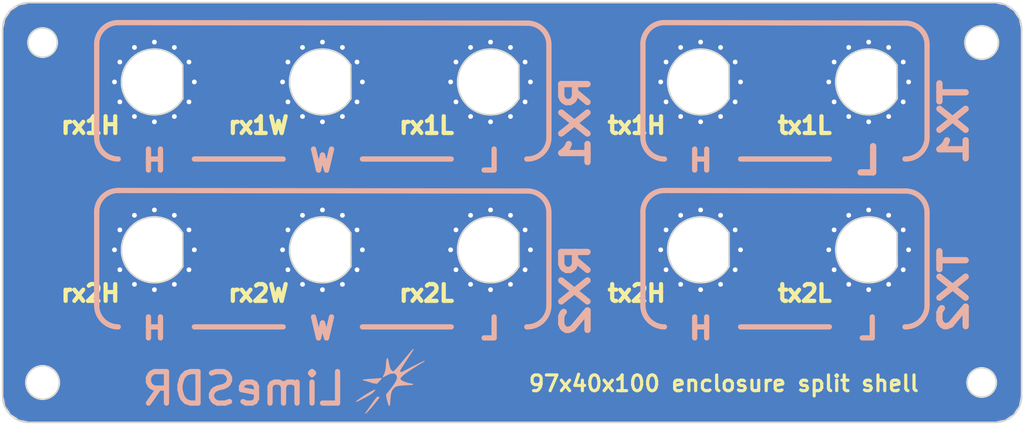
<source format=kicad_pcb>
(kicad_pcb (version 4) (host pcbnew "(2016-07-22 BZR 6991, Git 146a78a)-product")
  (layers (0 F.Cu signal) (31 B.Cu signal) (34 B.Paste user) (35 F.Paste user) (36 B.SilkS user) (37 F.SilkS user) (38 B.Mask user) (39 F.Mask user) (44 Edge.Cuts user))
  (net 0 "")
  (net 1 GND)
  (module Ohisja:SMA_test1 (layer B.Cu) (at 115.9 60.85 180)
    (fp_text reference REF**)
    (fp_text value 2)
    (fp_arc (start 0 0) (end -2.7 1.6) (angle -299.106049) (layer Edge.Cuts) (width 0.15))
    (fp_line (start -2.7 1.6) (end -2.71 -1.58) (layer Edge.Cuts) (width 0.15))
    (pad 1 thru_hole circle (at 0 3.8 180) (size 0.8 0.8) (drill 0.45) (layers *.Cu) (net 1 GND))
    (pad 1 thru_hole circle (at -1.9 3.290897 150) (size 0.8 0.8) (drill 0.45) (layers *.Cu) (net 1 GND))
    (pad 1 thru_hole circle (at -3.290897 1.9 120) (size 0.8 0.8) (drill 0.45) (layers *.Cu) (net 1 GND))
    (pad 1 thru_hole circle (at -3.8 0 90) (size 0.8 0.8) (drill 0.45) (layers *.Cu) (net 1 GND))
    (pad 1 thru_hole circle (at -3.290897 -1.9 60) (size 0.8 0.8) (drill 0.45) (layers *.Cu) (net 1 GND))
    (pad 1 thru_hole circle (at -1.9 -3.290897 30) (size 0.8 0.8) (drill 0.45) (layers *.Cu) (net 1 GND))
    (pad 1 thru_hole circle (at 0 -3.8) (size 0.8 0.8) (drill 0.45) (layers *.Cu) (net 1 GND))
    (pad 1 thru_hole circle (at 1.9 -3.290897 330) (size 0.8 0.8) (drill 0.45) (layers *.Cu) (net 1 GND))
    (pad 1 thru_hole circle (at 3.290897 -1.9 300) (size 0.8 0.8) (drill 0.45) (layers *.Cu) (net 1 GND))
    (pad 1 thru_hole circle (at 3.8 0 270) (size 0.8 0.8) (drill 0.45) (layers *.Cu) (net 1 GND))
    (pad 1 thru_hole circle (at 3.290897 1.9 240) (size 0.8 0.8) (drill 0.45) (layers *.Cu) (net 1 GND))
    (pad 1 thru_hole circle (at 1.9 3.290897 210) (size 0.8 0.8) (drill 0.45) (layers *.Cu) (net 1 GND))
  )
  (module Ohisja:SMA_test1 (layer B.Cu) (at 99.9 60.85 180)
    (fp_text reference REF**)
    (fp_text value 2)
    (fp_arc (start 0 0) (end -2.7 1.6) (angle -299.106049) (layer Edge.Cuts) (width 0.15))
    (fp_line (start -2.7 1.6) (end -2.71 -1.58) (layer Edge.Cuts) (width 0.15))
    (pad 1 thru_hole circle (at 0 3.8 180) (size 0.8 0.8) (drill 0.45) (layers *.Cu) (net 1 GND))
    (pad 1 thru_hole circle (at -1.9 3.290897 150) (size 0.8 0.8) (drill 0.45) (layers *.Cu) (net 1 GND))
    (pad 1 thru_hole circle (at -3.290897 1.9 120) (size 0.8 0.8) (drill 0.45) (layers *.Cu) (net 1 GND))
    (pad 1 thru_hole circle (at -3.8 0 90) (size 0.8 0.8) (drill 0.45) (layers *.Cu) (net 1 GND))
    (pad 1 thru_hole circle (at -3.290897 -1.9 60) (size 0.8 0.8) (drill 0.45) (layers *.Cu) (net 1 GND))
    (pad 1 thru_hole circle (at -1.9 -3.290897 30) (size 0.8 0.8) (drill 0.45) (layers *.Cu) (net 1 GND))
    (pad 1 thru_hole circle (at 0 -3.8) (size 0.8 0.8) (drill 0.45) (layers *.Cu) (net 1 GND))
    (pad 1 thru_hole circle (at 1.9 -3.290897 330) (size 0.8 0.8) (drill 0.45) (layers *.Cu) (net 1 GND))
    (pad 1 thru_hole circle (at 3.290897 -1.9 300) (size 0.8 0.8) (drill 0.45) (layers *.Cu) (net 1 GND))
    (pad 1 thru_hole circle (at 3.8 0 270) (size 0.8 0.8) (drill 0.45) (layers *.Cu) (net 1 GND))
    (pad 1 thru_hole circle (at 3.290897 1.9 240) (size 0.8 0.8) (drill 0.45) (layers *.Cu) (net 1 GND))
    (pad 1 thru_hole circle (at 1.9 3.290897 210) (size 0.8 0.8) (drill 0.45) (layers *.Cu) (net 1 GND))
  )
  (module Ohisja:SMA_test1 (layer B.Cu) (at 115.9 44.85 180)
    (fp_text reference REF**)
    (fp_text value 2)
    (fp_arc (start 0 0) (end -2.7 1.6) (angle -299.106049) (layer Edge.Cuts) (width 0.15))
    (fp_line (start -2.7 1.6) (end -2.71 -1.58) (layer Edge.Cuts) (width 0.15))
    (pad 1 thru_hole circle (at 0 3.8 180) (size 0.8 0.8) (drill 0.45) (layers *.Cu) (net 1 GND))
    (pad 1 thru_hole circle (at -1.9 3.290897 150) (size 0.8 0.8) (drill 0.45) (layers *.Cu) (net 1 GND))
    (pad 1 thru_hole circle (at -3.290897 1.9 120) (size 0.8 0.8) (drill 0.45) (layers *.Cu) (net 1 GND))
    (pad 1 thru_hole circle (at -3.8 0 90) (size 0.8 0.8) (drill 0.45) (layers *.Cu) (net 1 GND))
    (pad 1 thru_hole circle (at -3.290897 -1.9 60) (size 0.8 0.8) (drill 0.45) (layers *.Cu) (net 1 GND))
    (pad 1 thru_hole circle (at -1.9 -3.290897 30) (size 0.8 0.8) (drill 0.45) (layers *.Cu) (net 1 GND))
    (pad 1 thru_hole circle (at 0 -3.8) (size 0.8 0.8) (drill 0.45) (layers *.Cu) (net 1 GND))
    (pad 1 thru_hole circle (at 1.9 -3.290897 330) (size 0.8 0.8) (drill 0.45) (layers *.Cu) (net 1 GND))
    (pad 1 thru_hole circle (at 3.290897 -1.9 300) (size 0.8 0.8) (drill 0.45) (layers *.Cu) (net 1 GND))
    (pad 1 thru_hole circle (at 3.8 0 270) (size 0.8 0.8) (drill 0.45) (layers *.Cu) (net 1 GND))
    (pad 1 thru_hole circle (at 3.290897 1.9 240) (size 0.8 0.8) (drill 0.45) (layers *.Cu) (net 1 GND))
    (pad 1 thru_hole circle (at 1.9 3.290897 210) (size 0.8 0.8) (drill 0.45) (layers *.Cu) (net 1 GND))
  )
  (module Ohisja:SMA_test1 (layer B.Cu) (at 99.9 44.85 180)
    (fp_text reference REF**)
    (fp_text value 2)
    (fp_arc (start 0 0) (end -2.7 1.6) (angle -299.106049) (layer Edge.Cuts) (width 0.15))
    (fp_line (start -2.7 1.6) (end -2.71 -1.58) (layer Edge.Cuts) (width 0.15))
    (pad 1 thru_hole circle (at 0 3.8 180) (size 0.8 0.8) (drill 0.45) (layers *.Cu) (net 1 GND))
    (pad 1 thru_hole circle (at -1.9 3.290897 150) (size 0.8 0.8) (drill 0.45) (layers *.Cu) (net 1 GND))
    (pad 1 thru_hole circle (at -3.290897 1.9 120) (size 0.8 0.8) (drill 0.45) (layers *.Cu) (net 1 GND))
    (pad 1 thru_hole circle (at -3.8 0 90) (size 0.8 0.8) (drill 0.45) (layers *.Cu) (net 1 GND))
    (pad 1 thru_hole circle (at -3.290897 -1.9 60) (size 0.8 0.8) (drill 0.45) (layers *.Cu) (net 1 GND))
    (pad 1 thru_hole circle (at -1.9 -3.290897 30) (size 0.8 0.8) (drill 0.45) (layers *.Cu) (net 1 GND))
    (pad 1 thru_hole circle (at 0 -3.8) (size 0.8 0.8) (drill 0.45) (layers *.Cu) (net 1 GND))
    (pad 1 thru_hole circle (at 1.9 -3.290897 330) (size 0.8 0.8) (drill 0.45) (layers *.Cu) (net 1 GND))
    (pad 1 thru_hole circle (at 3.290897 -1.9 300) (size 0.8 0.8) (drill 0.45) (layers *.Cu) (net 1 GND))
    (pad 1 thru_hole circle (at 3.8 0 270) (size 0.8 0.8) (drill 0.45) (layers *.Cu) (net 1 GND))
    (pad 1 thru_hole circle (at 3.290897 1.9 240) (size 0.8 0.8) (drill 0.45) (layers *.Cu) (net 1 GND))
    (pad 1 thru_hole circle (at 1.9 3.290897 210) (size 0.8 0.8) (drill 0.45) (layers *.Cu) (net 1 GND))
  )
  (module Ohisja:SMA_test1 (layer B.Cu) (at 79.9 60.85 180)
    (fp_text reference REF**)
    (fp_text value 2)
    (fp_arc (start 0 0) (end -2.7 1.6) (angle -299.106049) (layer Edge.Cuts) (width 0.15))
    (fp_line (start -2.7 1.6) (end -2.71 -1.58) (layer Edge.Cuts) (width 0.15))
    (pad 1 thru_hole circle (at 0 3.8 180) (size 0.8 0.8) (drill 0.45) (layers *.Cu) (net 1 GND))
    (pad 1 thru_hole circle (at -1.9 3.290897 150) (size 0.8 0.8) (drill 0.45) (layers *.Cu) (net 1 GND))
    (pad 1 thru_hole circle (at -3.290897 1.9 120) (size 0.8 0.8) (drill 0.45) (layers *.Cu) (net 1 GND))
    (pad 1 thru_hole circle (at -3.8 0 90) (size 0.8 0.8) (drill 0.45) (layers *.Cu) (net 1 GND))
    (pad 1 thru_hole circle (at -3.290897 -1.9 60) (size 0.8 0.8) (drill 0.45) (layers *.Cu) (net 1 GND))
    (pad 1 thru_hole circle (at -1.9 -3.290897 30) (size 0.8 0.8) (drill 0.45) (layers *.Cu) (net 1 GND))
    (pad 1 thru_hole circle (at 0 -3.8) (size 0.8 0.8) (drill 0.45) (layers *.Cu) (net 1 GND))
    (pad 1 thru_hole circle (at 1.9 -3.290897 330) (size 0.8 0.8) (drill 0.45) (layers *.Cu) (net 1 GND))
    (pad 1 thru_hole circle (at 3.290897 -1.9 300) (size 0.8 0.8) (drill 0.45) (layers *.Cu) (net 1 GND))
    (pad 1 thru_hole circle (at 3.8 0 270) (size 0.8 0.8) (drill 0.45) (layers *.Cu) (net 1 GND))
    (pad 1 thru_hole circle (at 3.290897 1.9 240) (size 0.8 0.8) (drill 0.45) (layers *.Cu) (net 1 GND))
    (pad 1 thru_hole circle (at 1.9 3.290897 210) (size 0.8 0.8) (drill 0.45) (layers *.Cu) (net 1 GND))
  )
  (module Ohisja:SMA_test1 (layer B.Cu) (at 63.9 60.85 180)
    (fp_text reference REF**)
    (fp_text value 2)
    (fp_arc (start 0 0) (end -2.7 1.6) (angle -299.106049) (layer Edge.Cuts) (width 0.15))
    (fp_line (start -2.7 1.6) (end -2.71 -1.58) (layer Edge.Cuts) (width 0.15))
    (pad 1 thru_hole circle (at 0 3.8 180) (size 0.8 0.8) (drill 0.45) (layers *.Cu) (net 1 GND))
    (pad 1 thru_hole circle (at -1.9 3.290897 150) (size 0.8 0.8) (drill 0.45) (layers *.Cu) (net 1 GND))
    (pad 1 thru_hole circle (at -3.290897 1.9 120) (size 0.8 0.8) (drill 0.45) (layers *.Cu) (net 1 GND))
    (pad 1 thru_hole circle (at -3.8 0 90) (size 0.8 0.8) (drill 0.45) (layers *.Cu) (net 1 GND))
    (pad 1 thru_hole circle (at -3.290897 -1.9 60) (size 0.8 0.8) (drill 0.45) (layers *.Cu) (net 1 GND))
    (pad 1 thru_hole circle (at -1.9 -3.290897 30) (size 0.8 0.8) (drill 0.45) (layers *.Cu) (net 1 GND))
    (pad 1 thru_hole circle (at 0 -3.8) (size 0.8 0.8) (drill 0.45) (layers *.Cu) (net 1 GND))
    (pad 1 thru_hole circle (at 1.9 -3.290897 330) (size 0.8 0.8) (drill 0.45) (layers *.Cu) (net 1 GND))
    (pad 1 thru_hole circle (at 3.290897 -1.9 300) (size 0.8 0.8) (drill 0.45) (layers *.Cu) (net 1 GND))
    (pad 1 thru_hole circle (at 3.8 0 270) (size 0.8 0.8) (drill 0.45) (layers *.Cu) (net 1 GND))
    (pad 1 thru_hole circle (at 3.290897 1.9 240) (size 0.8 0.8) (drill 0.45) (layers *.Cu) (net 1 GND))
    (pad 1 thru_hole circle (at 1.9 3.290897 210) (size 0.8 0.8) (drill 0.45) (layers *.Cu) (net 1 GND))
  )
  (module Ohisja:SMA_test1 (layer B.Cu) (at 47.9 60.85 180)
    (fp_text reference REF**)
    (fp_text value 2)
    (fp_arc (start 0 0) (end -2.7 1.6) (angle -299.106049) (layer Edge.Cuts) (width 0.15))
    (fp_line (start -2.7 1.6) (end -2.71 -1.58) (layer Edge.Cuts) (width 0.15))
    (pad 1 thru_hole circle (at 0 3.8 180) (size 0.8 0.8) (drill 0.45) (layers *.Cu) (net 1 GND))
    (pad 1 thru_hole circle (at -1.9 3.290897 150) (size 0.8 0.8) (drill 0.45) (layers *.Cu) (net 1 GND))
    (pad 1 thru_hole circle (at -3.290897 1.9 120) (size 0.8 0.8) (drill 0.45) (layers *.Cu) (net 1 GND))
    (pad 1 thru_hole circle (at -3.8 0 90) (size 0.8 0.8) (drill 0.45) (layers *.Cu) (net 1 GND))
    (pad 1 thru_hole circle (at -3.290897 -1.9 60) (size 0.8 0.8) (drill 0.45) (layers *.Cu) (net 1 GND))
    (pad 1 thru_hole circle (at -1.9 -3.290897 30) (size 0.8 0.8) (drill 0.45) (layers *.Cu) (net 1 GND))
    (pad 1 thru_hole circle (at 0 -3.8) (size 0.8 0.8) (drill 0.45) (layers *.Cu) (net 1 GND))
    (pad 1 thru_hole circle (at 1.9 -3.290897 330) (size 0.8 0.8) (drill 0.45) (layers *.Cu) (net 1 GND))
    (pad 1 thru_hole circle (at 3.290897 -1.9 300) (size 0.8 0.8) (drill 0.45) (layers *.Cu) (net 1 GND))
    (pad 1 thru_hole circle (at 3.8 0 270) (size 0.8 0.8) (drill 0.45) (layers *.Cu) (net 1 GND))
    (pad 1 thru_hole circle (at 3.290897 1.9 240) (size 0.8 0.8) (drill 0.45) (layers *.Cu) (net 1 GND))
    (pad 1 thru_hole circle (at 1.9 3.290897 210) (size 0.8 0.8) (drill 0.45) (layers *.Cu) (net 1 GND))
  )
  (module Ohisja:SMA_test1 (layer B.Cu) (at 79.9 44.85 180)
    (fp_text reference REF**)
    (fp_text value 2)
    (fp_arc (start 0 0) (end -2.7 1.6) (angle -299.106049) (layer Edge.Cuts) (width 0.15))
    (fp_line (start -2.7 1.6) (end -2.71 -1.58) (layer Edge.Cuts) (width 0.15))
    (pad 1 thru_hole circle (at 0 3.8 180) (size 0.8 0.8) (drill 0.45) (layers *.Cu) (net 1 GND))
    (pad 1 thru_hole circle (at -1.9 3.290897 150) (size 0.8 0.8) (drill 0.45) (layers *.Cu) (net 1 GND))
    (pad 1 thru_hole circle (at -3.290897 1.9 120) (size 0.8 0.8) (drill 0.45) (layers *.Cu) (net 1 GND))
    (pad 1 thru_hole circle (at -3.8 0 90) (size 0.8 0.8) (drill 0.45) (layers *.Cu) (net 1 GND))
    (pad 1 thru_hole circle (at -3.290897 -1.9 60) (size 0.8 0.8) (drill 0.45) (layers *.Cu) (net 1 GND))
    (pad 1 thru_hole circle (at -1.9 -3.290897 30) (size 0.8 0.8) (drill 0.45) (layers *.Cu) (net 1 GND))
    (pad 1 thru_hole circle (at 0 -3.8) (size 0.8 0.8) (drill 0.45) (layers *.Cu) (net 1 GND))
    (pad 1 thru_hole circle (at 1.9 -3.290897 330) (size 0.8 0.8) (drill 0.45) (layers *.Cu) (net 1 GND))
    (pad 1 thru_hole circle (at 3.290897 -1.9 300) (size 0.8 0.8) (drill 0.45) (layers *.Cu) (net 1 GND))
    (pad 1 thru_hole circle (at 3.8 0 270) (size 0.8 0.8) (drill 0.45) (layers *.Cu) (net 1 GND))
    (pad 1 thru_hole circle (at 3.290897 1.9 240) (size 0.8 0.8) (drill 0.45) (layers *.Cu) (net 1 GND))
    (pad 1 thru_hole circle (at 1.9 3.290897 210) (size 0.8 0.8) (drill 0.45) (layers *.Cu) (net 1 GND))
  )
  (module Ohisja:SMA_test1 (layer B.Cu) (at 63.9 44.85 180)
    (fp_text reference REF**)
    (fp_text value 2)
    (fp_arc (start 0 0) (end -2.7 1.6) (angle -299.106049) (layer Edge.Cuts) (width 0.15))
    (fp_line (start -2.7 1.6) (end -2.71 -1.58) (layer Edge.Cuts) (width 0.15))
    (pad 1 thru_hole circle (at 0 3.8 180) (size 0.8 0.8) (drill 0.45) (layers *.Cu) (net 1 GND))
    (pad 1 thru_hole circle (at -1.9 3.290897 150) (size 0.8 0.8) (drill 0.45) (layers *.Cu) (net 1 GND))
    (pad 1 thru_hole circle (at -3.290897 1.9 120) (size 0.8 0.8) (drill 0.45) (layers *.Cu) (net 1 GND))
    (pad 1 thru_hole circle (at -3.8 0 90) (size 0.8 0.8) (drill 0.45) (layers *.Cu) (net 1 GND))
    (pad 1 thru_hole circle (at -3.290897 -1.9 60) (size 0.8 0.8) (drill 0.45) (layers *.Cu) (net 1 GND))
    (pad 1 thru_hole circle (at -1.9 -3.290897 30) (size 0.8 0.8) (drill 0.45) (layers *.Cu) (net 1 GND))
    (pad 1 thru_hole circle (at 0 -3.8) (size 0.8 0.8) (drill 0.45) (layers *.Cu) (net 1 GND))
    (pad 1 thru_hole circle (at 1.9 -3.290897 330) (size 0.8 0.8) (drill 0.45) (layers *.Cu) (net 1 GND))
    (pad 1 thru_hole circle (at 3.290897 -1.9 300) (size 0.8 0.8) (drill 0.45) (layers *.Cu) (net 1 GND))
    (pad 1 thru_hole circle (at 3.8 0 270) (size 0.8 0.8) (drill 0.45) (layers *.Cu) (net 1 GND))
    (pad 1 thru_hole circle (at 3.290897 1.9 240) (size 0.8 0.8) (drill 0.45) (layers *.Cu) (net 1 GND))
    (pad 1 thru_hole circle (at 1.9 3.290897 210) (size 0.8 0.8) (drill 0.45) (layers *.Cu) (net 1 GND))
  )
  (module Ohisja:Lime_logo (layer B.Cu) (at 70.106034 73.34489 180)
    (fp_text reference G*** hide)
    (fp_text value LOGO hide)
    (fp_poly (pts (xy 0.945957 -1.508197) (xy 0.982519 -1.519661) (xy 1.023131 -1.546913) (xy 1.073568 -1.596618) (xy 1.139601 -1.675441) (xy 1.227003 -1.790047) (xy 1.341546 -1.947101) (xy 1.489005 -2.153268) (xy 1.583381 -2.286) (xy 1.731494 -2.495399) (xy 1.864803 -2.685609) (xy 1.977766 -2.848585) (xy 2.064847 -2.976282) (xy 2.120505 -3.060655) (xy 2.13923 -3.093357) (xy 2.123027 -3.121022) (xy 2.067141 -3.090645) (xy 1.97079 -3.001686) (xy 1.901192 -2.928592) (xy 1.726978 -2.739481) (xy 1.587731 -2.585778) (xy 1.468508 -2.450207) (xy 1.354369 -2.315488) (xy 1.230375 -2.164344) (xy 1.095232 -1.996531) (xy 0.978321 -1.847263) (xy 0.881011 -1.716509) (xy 0.81103 -1.615175) (xy 0.776107 -1.554169) (xy 0.773823 -1.542959) (xy 0.814691 -1.517775) (xy 0.897791 -1.505979) (xy 0.907674 -1.505857) (xy 0.945957 -1.508197)) (layer B.SilkS) (width 0.01))
    (fp_poly (pts (xy -2.414828 3.029694) (xy -2.342616 2.962919) (xy -2.234055 2.842521) (xy -2.173854 2.771859) (xy -2.070789 2.649805) (xy -1.982798 2.546189) (xy -1.922028 2.475287) (xy -1.90366 2.454359) (xy -1.869525 2.414224) (xy -1.797317 2.327588) (xy -1.694991 2.204054) (xy -1.570505 2.053228) (xy -1.433575 1.886857) (xy -1.277906 1.699781) (xy -1.119419 1.513377) (xy -0.970984 1.3425) (xy -0.84547 1.202006) (xy -0.773486 1.124857) (xy -0.665038 1.013779) (xy -0.592913 0.947379) (xy -0.543215 0.917947) (xy -0.502046 0.917775) (xy -0.45551 0.939153) (xy -0.447103 0.9438) (xy -0.349671 1.021291) (xy -0.272321 1.13977) (xy -0.209494 1.310244) (xy -0.162927 1.506382) (xy -0.115809 1.740134) (xy -0.079962 1.912144) (xy -0.052598 2.031868) (xy -0.030931 2.108762) (xy -0.012172 2.15228) (xy 0.006466 2.171877) (xy 0.027769 2.17701) (xy 0.034807 2.177143) (xy 0.063057 2.165044) (xy 0.08558 2.121138) (xy 0.105379 2.034012) (xy 0.125457 1.892254) (xy 0.137869 1.7854) (xy 0.156189 1.607522) (xy 0.170769 1.441043) (xy 0.179748 1.308659) (xy 0.181706 1.250185) (xy 0.199496 1.091541) (xy 0.246577 0.899854) (xy 0.314279 0.703938) (xy 0.393934 0.532602) (xy 0.401806 0.518655) (xy 0.45112 0.414665) (xy 0.461278 0.349628) (xy 0.433943 0.331943) (xy 0.372151 0.368844) (xy 0.333678 0.396945) (xy 0.27366 0.432034) (xy 0.181743 0.479373) (xy 0.047576 0.544224) (xy -0.139195 0.631847) (xy -0.21062 0.665026) (xy -0.294235 0.687455) (xy -0.416548 0.702362) (xy -0.494912 0.705689) (xy -0.618109 0.701922) (xy -0.696294 0.681518) (xy -0.756654 0.635181) (xy -0.781604 0.607642) (xy -0.848617 0.502326) (xy -0.890078 0.38799) (xy -0.890345 0.386593) (xy -0.883766 0.248693) (xy -0.821226 0.066959) (xy -0.703534 -0.157241) (xy -0.5315 -0.422536) (xy -0.305936 -0.727557) (xy -0.02915 -1.06915) (xy 0.082211 -1.210981) (xy 0.147021 -1.315051) (xy 0.161882 -1.37586) (xy 0.161288 -1.377578) (xy 0.14236 -1.444658) (xy 0.118945 -1.552414) (xy 0.107255 -1.614715) (xy 0.089001 -1.71008) (xy 0.066478 -1.808588) (xy 0.035228 -1.927273) (xy -0.009203 -2.083167) (xy -0.062993 -2.265493) (xy -0.104558 -2.35475) (xy -0.153671 -2.388687) (xy -0.198983 -2.35952) (xy -0.199319 -2.358981) (xy -0.210401 -2.310042) (xy -0.224021 -2.202855) (xy -0.238689 -2.051632) (xy -0.252917 -1.870584) (xy -0.257459 -1.803708) (xy -0.282169 -1.505292) (xy -0.314947 -1.267958) (xy -0.358815 -1.08039) (xy -0.416794 -0.931275) (xy -0.491906 -0.809297) (xy -0.53787 -0.753798) (xy -0.619676 -0.668307) (xy -0.699684 -0.600572) (xy -0.787921 -0.547969) (xy -0.894414 -0.507875) (xy -1.02919 -0.477666) (xy -1.202276 -0.454718) (xy -1.423699 -0.436408) (xy -1.703485 -0.420113) (xy -1.839104 -0.413322) (xy -2.027446 -0.40248) (xy -2.191216 -0.389929) (xy -2.316043 -0.377003) (xy -2.387555 -0.365039) (xy -2.397109 -0.361465) (xy -2.424567 -0.319532) (xy -2.395238 -0.279033) (xy -2.323533 -0.255459) (xy -2.29714 -0.254) (xy -2.165688 -0.240636) (xy -1.998118 -0.204727) (xy -1.813423 -0.152545) (xy -1.630597 -0.090363) (xy -1.468633 -0.024454) (xy -1.346523 0.038909) (xy -1.296931 0.076344) (xy -1.232899 0.146602) (xy -1.215235 0.197974) (xy -1.236583 0.260366) (xy -1.246736 0.280381) (xy -1.324132 0.384987) (xy -1.46274 0.516838) (xy -1.663931 0.677094) (xy -1.929078 0.866912) (xy -1.995773 0.912512) (xy -2.168564 1.02791) (xy -2.369716 1.159226) (xy -2.583912 1.296757) (xy -2.795836 1.430801) (xy -2.990172 1.551653) (xy -3.151603 1.649612) (xy -3.246045 1.704571) (xy -3.382733 1.783554) (xy -3.466204 1.838605) (xy -3.508011 1.878526) (xy -3.519708 1.912116) (xy -3.519714 1.913012) (xy -3.490275 1.911419) (xy -3.401533 1.877177) (xy -3.252857 1.809975) (xy -3.043614 1.709506) (xy -2.773171 1.575461) (xy -2.440896 1.407529) (xy -2.046155 1.205403) (xy -1.621289 0.985874) (xy -1.461716 0.906595) (xy -1.352424 0.861668) (xy -1.28201 0.847218) (xy -1.242448 0.857067) (xy -1.186812 0.905402) (xy -1.171858 0.929427) (xy -1.176523 0.954066) (xy -1.200469 1.005533) (xy -1.246109 1.087684) (xy -1.315859 1.204374) (xy -1.412134 1.359457) (xy -1.537347 1.55679) (xy -1.693915 1.800228) (xy -1.884252 2.093625) (xy -2.110772 2.440836) (xy -2.291775 2.717385) (xy -2.370438 2.840779) (xy -2.430895 2.941953) (xy -2.463939 3.005219) (xy -2.467429 3.016742) (xy -2.454996 3.046437) (xy -2.414828 3.029694)) (layer B.SilkS) (width 0.01))
    (fp_poly (pts (xy 1.250785 -0.843459) (xy 1.358718 -0.887585) (xy 1.523376 -0.971395) (xy 1.551346 -0.98643) (xy 1.719914 -1.081331) (xy 1.908867 -1.194076) (xy 2.108649 -1.31826) (xy 2.309702 -1.44748) (xy 2.502469 -1.575331) (xy 2.677394 -1.695409) (xy 2.824919 -1.801308) (xy 2.935487 -1.886624) (xy 2.999542 -1.944952) (xy 3.011714 -1.965088) (xy 3.00172 -1.986665) (xy 2.966309 -1.987645) (xy 2.897338 -1.964911) (xy 2.786665 -1.915348) (xy 2.626148 -1.835838) (xy 2.485571 -1.763697) (xy 2.163983 -1.594702) (xy 1.901631 -1.450453) (xy 1.691407 -1.326297) (xy 1.526198 -1.217579) (xy 1.398894 -1.119644) (xy 1.302384 -1.027836) (xy 1.234777 -0.944921) (xy 1.192069 -0.872554) (xy 1.19632 -0.838591) (xy 1.250785 -0.843459)) (layer B.SilkS) (width 0.01))
    (fp_poly (pts (xy 0.640127 0.276382) (xy 0.712546 0.265702) (xy 0.841529 0.252481) (xy 1.011176 0.238132) (xy 1.205588 0.22407) (xy 1.288143 0.218753) (xy 1.61825 0.197392) (xy 1.881246 0.178267) (xy 2.082535 0.160816) (xy 2.227524 0.144481) (xy 2.321618 0.128699) (xy 2.370223 0.112909) (xy 2.378722 0.105609) (xy 2.362294 0.076998) (xy 2.296555 0.051996) (xy 2.186683 0.024462) (xy 2.0438 -0.015261) (xy 1.887226 -0.06131) (xy 1.736277 -0.107827) (xy 1.610272 -0.14895) (xy 1.528528 -0.178819) (xy 1.51445 -0.185265) (xy 1.44477 -0.207142) (xy 1.330855 -0.228844) (xy 1.231409 -0.241824) (xy 1.012347 -0.26472) (xy 0.818377 -0.064457) (xy 0.717921 0.043983) (xy 0.633926 0.143156) (xy 0.583106 0.213221) (xy 0.580402 0.21803) (xy 0.555092 0.274533) (xy 0.5756 0.288591) (xy 0.640127 0.276382)) (layer B.SilkS) (width 0.01))
  )
  (module Ohisja:SMA_test1 (layer B.Cu) (at 47.9 44.85 180)
    (fp_text reference REF**)
    (fp_text value 2)
    (fp_arc (start 0 0) (end -2.7 1.6) (angle -299.106049) (layer Edge.Cuts) (width 0.15))
    (fp_line (start -2.7 1.6) (end -2.71 -1.58) (layer Edge.Cuts) (width 0.15))
    (pad 1 thru_hole circle (at 0 3.8 180) (size 0.8 0.8) (drill 0.45) (layers *.Cu) (net 1 GND))
    (pad 1 thru_hole circle (at -1.9 3.290897 150) (size 0.8 0.8) (drill 0.45) (layers *.Cu) (net 1 GND))
    (pad 1 thru_hole circle (at -3.290897 1.9 120) (size 0.8 0.8) (drill 0.45) (layers *.Cu) (net 1 GND))
    (pad 1 thru_hole circle (at -3.8 0 90) (size 0.8 0.8) (drill 0.45) (layers *.Cu) (net 1 GND))
    (pad 1 thru_hole circle (at -3.290897 -1.9 60) (size 0.8 0.8) (drill 0.45) (layers *.Cu) (net 1 GND))
    (pad 1 thru_hole circle (at -1.9 -3.290897 30) (size 0.8 0.8) (drill 0.45) (layers *.Cu) (net 1 GND))
    (pad 1 thru_hole circle (at 0 -3.8) (size 0.8 0.8) (drill 0.45) (layers *.Cu) (net 1 GND))
    (pad 1 thru_hole circle (at 1.9 -3.290897 330) (size 0.8 0.8) (drill 0.45) (layers *.Cu) (net 1 GND))
    (pad 1 thru_hole circle (at 3.290897 -1.9 300) (size 0.8 0.8) (drill 0.45) (layers *.Cu) (net 1 GND))
    (pad 1 thru_hole circle (at 3.8 0 270) (size 0.8 0.8) (drill 0.45) (layers *.Cu) (net 1 GND))
    (pad 1 thru_hole circle (at 3.290897 1.9 240) (size 0.8 0.8) (drill 0.45) (layers *.Cu) (net 1 GND))
    (pad 1 thru_hole circle (at 1.9 3.290897 210) (size 0.8 0.8) (drill 0.45) (layers *.Cu) (net 1 GND))
  )
  (gr_text "97x40x100 enclosure split shell" (at 102.106034 73.59489) (layer F.SilkS) (effects (font (size 1.5 1.5) (thickness 0.3))))
  (gr_text TX1 (at 124.006034 48.69489 90) (layer B.SilkS) (effects (font (size 2.5 3) (thickness 0.6)) (justify mirror)))
  (gr_text RX1 (at 88.006034 48.69489 90) (layer B.SilkS) (effects (font (size 2.5 3) (thickness 0.6)) (justify mirror)))
  (gr_text TX2 (at 124.006034 64.69489 90) (layer B.SilkS) (effects (font (size 2.5 3) (thickness 0.6)) (justify mirror)))
  (gr_text RX2 (at 88.006034 64.69489 90) (layer B.SilkS) (effects (font (size 2.5 3) (thickness 0.6)) (justify mirror)))
  (gr_line (start 85.456034 66.09489) (end 85.456034 57.34489) (layer B.SilkS) (width 0.5))
  (gr_line (start 85.456034 50.09489) (end 85.456034 41.34489) (layer B.SilkS) (width 0.5))
  (gr_arc (start 83.406034 50.14428) (end 83.356034 52.19428) (angle -91.39718103) (layer B.SilkS) (width 0.5))
  (gr_arc (start 83.406034 41.29489) (end 85.456034 41.34489) (angle -91.39718103) (layer B.SilkS) (width 0.5))
  (gr_arc (start 83.406034 66.14428) (end 83.356034 68.19428) (angle -91.39718103) (layer B.SilkS) (width 0.5))
  (gr_arc (start 83.406034 57.29489) (end 85.456034 57.34489) (angle -91.39718103) (layer B.SilkS) (width 0.5))
  (gr_arc (start 96.456034 66.14428) (end 94.406034 66.09428) (angle -91.39718103) (layer B.SilkS) (width 0.5))
  (gr_line (start 94.406034 66.09489) (end 94.406034 57.24489) (layer B.SilkS) (width 0.5))
  (gr_arc (start 96.456034 57.24489) (end 96.506034 55.19489) (angle -91.39718103) (layer B.SilkS) (width 0.5))
  (gr_line (start 119.406034 55.24489) (end 96.506034 55.19489) (layer B.SilkS) (width 0.5))
  (gr_arc (start 119.406034 57.29489) (end 121.456034 57.34489) (angle -91.39718103) (layer B.SilkS) (width 0.5))
  (gr_line (start 121.456034 66.09489) (end 121.456034 57.34489) (layer B.SilkS) (width 0.5))
  (gr_arc (start 119.406034 66.14428) (end 119.356034 68.19428) (angle -91.39718103) (layer B.SilkS) (width 0.5))
  (gr_line (start 112.156034 68.19489) (end 103.706034 68.19489) (layer B.SilkS) (width 0.5))
  (gr_arc (start 96.456034 41.24489) (end 96.506034 39.19489) (angle -91.39718103) (layer B.SilkS) (width 0.5))
  (gr_line (start 94.406034 50.09489) (end 94.406034 41.24489) (layer B.SilkS) (width 0.5))
  (gr_arc (start 96.456034 50.14428) (end 94.406034 50.09428) (angle -91.39718103) (layer B.SilkS) (width 0.5))
  (gr_line (start 112.156034 52.19489) (end 103.706034 52.19489) (layer B.SilkS) (width 0.5))
  (gr_line (start 119.406034 39.24489) (end 96.506034 39.19489) (layer B.SilkS) (width 0.5))
  (gr_arc (start 119.406034 41.29489) (end 121.456034 41.34489) (angle -91.39718103) (layer B.SilkS) (width 0.5))
  (gr_line (start 121.456034 50.09489) (end 121.456034 41.34489) (layer B.SilkS) (width 0.5))
  (gr_arc (start 119.406034 50.14428) (end 119.356034 52.19428) (angle -91.39718103) (layer B.SilkS) (width 0.5))
  (gr_line (start 76.156034 68.19489) (end 67.706034 68.19489) (layer B.SilkS) (width 0.5))
  (gr_line (start 60.156034 68.19489) (end 51.706034 68.19489) (layer B.SilkS) (width 0.5))
  (gr_line (start 42.406034 66.09489) (end 42.406034 57.24489) (layer B.SilkS) (width 0.5))
  (gr_arc (start 44.456034 66.14428) (end 42.406034 66.09428) (angle -91.39718103) (layer B.SilkS) (width 0.5))
  (gr_arc (start 44.456034 57.24489) (end 44.506034 55.19489) (angle -91.39718103) (layer B.SilkS) (width 0.5))
  (gr_line (start 83.406034 55.24489) (end 44.506034 55.19489) (layer B.SilkS) (width 0.5))
  (gr_arc (start 44.456034 50.14428) (end 42.406034 50.09428) (angle -91.39718103) (layer B.SilkS) (width 0.5))
  (gr_arc (start 44.456034 41.24489) (end 44.506034 39.19489) (angle -91.39718103) (layer B.SilkS) (width 0.5))
  (gr_line (start 42.406034 50.09489) (end 42.406034 41.24489) (layer B.SilkS) (width 0.5))
  (gr_line (start 60.156034 52.19489) (end 51.706034 52.19489) (layer B.SilkS) (width 0.5))
  (gr_line (start 76.156034 52.19489) (end 67.706034 52.19489) (layer B.SilkS) (width 0.5))
  (gr_line (start 83.406034 39.24489) (end 44.506034 39.19489) (layer B.SilkS) (width 0.5))
  (gr_text tx2L (at 109.806034 64.99489) (layer F.SilkS) (effects (font (size 1.6 1.6) (thickness 0.4))))
  (gr_text tx2H (at 93.806034 64.99489) (layer F.SilkS) (effects (font (size 1.6 1.6) (thickness 0.4))))
  (gr_text rx2L (at 73.806034 64.99489) (layer F.SilkS) (effects (font (size 1.6 1.6) (thickness 0.4))))
  (gr_text rx2W (at 57.806034 64.99489) (layer F.SilkS) (effects (font (size 1.6 1.6) (thickness 0.4))))
  (gr_text rx2H (at 41.806034 64.99489) (layer F.SilkS) (effects (font (size 1.6 1.6) (thickness 0.4))))
  (gr_text rx1H (at 41.806034 48.99489) (layer F.SilkS) (effects (font (size 1.6 1.6) (thickness 0.4))))
  (gr_text rx1W (at 57.806034 48.99489) (layer F.SilkS) (effects (font (size 1.6 1.6) (thickness 0.4))))
  (gr_text rx1L (at 73.806034 48.99489) (layer F.SilkS) (effects (font (size 1.6 1.6) (thickness 0.4))))
  (gr_text tx1H (at 93.806034 48.99489) (layer F.SilkS) (effects (font (size 1.6 1.6) (thickness 0.4))))
  (gr_text tx1L (at 109.806034 48.99489) (layer F.SilkS) (effects (font (size 1.6 1.6) (thickness 0.4))))
  (gr_text L (at 115.906034 68.34489) (layer B.SilkS) (effects (font (size 2 2) (thickness 0.5)) (justify mirror)))
  (gr_text H (at 99.906034 68.34489) (layer B.SilkS) (effects (font (size 2 2) (thickness 0.5)) (justify mirror)))
  (gr_text L (at 115.906034 52.34489) (layer B.SilkS) (effects (font (size 2.5 2.5) (thickness 0.6)) (justify mirror)))
  (gr_text H (at 99.906034 52.34489) (layer B.SilkS) (effects (font (size 2 2) (thickness 0.5)) (justify mirror)))
  (gr_text H (at 47.906034 68.34489) (layer B.SilkS) (effects (font (size 2 2) (thickness 0.5)) (justify mirror)))
  (gr_text W (at 63.906034 68.34489) (layer B.SilkS) (effects (font (size 2 2) (thickness 0.5)) (justify mirror)))
  (gr_text L (at 79.906034 68.34489) (layer B.SilkS) (effects (font (size 2 2) (thickness 0.5)) (justify mirror)))
  (gr_text H (at 47.906034 52.34489) (layer B.SilkS) (effects (font (size 2 2) (thickness 0.5)) (justify mirror)))
  (gr_text W (at 63.906034 52.34489) (layer B.SilkS) (effects (font (size 2 2) (thickness 0.5)) (justify mirror)))
  (gr_text L (at 79.906034 52.34489) (layer B.SilkS) (effects (font (size 2 2) (thickness 0.5)) (justify mirror)))
  (gr_text LimeSDR (at 56.406034 74.09489) (layer B.SilkS) (effects (font (size 3 3) (thickness 0.5)) (justify mirror)))
  (gr_circle (center 37.256034 73.49489) (end 35.656034 73.49489) (layer Edge.Cuts) (width 0.15))
  (gr_arc (start 35.956034 74.79489) (end 33.456034 74.79489) (angle -90) (layer Edge.Cuts) (width 0.15))
  (gr_circle (center 126.656034 73.49489) (end 126.656034 74.89489) (layer Edge.Cuts) (width 0.15))
  (gr_arc (start 127.956034 74.79489) (end 127.956034 77.29489) (angle -90) (layer Edge.Cuts) (width 0.15))
  (gr_circle (center 126.656034 41.09489) (end 128.256034 41.09489) (layer Edge.Cuts) (width 0.15))
  (gr_arc (start 127.956034 39.79489) (end 130.456034 39.79489) (angle -90) (layer Edge.Cuts) (width 0.15))
  (gr_arc (start 35.956034 39.79489) (end 35.956034 37.29489) (angle -90) (layer Edge.Cuts) (width 0.15))
  (gr_circle (center 37.256034 41.09489) (end 37.256034 39.69489) (layer Edge.Cuts) (width 0.15))
  (gr_line (start 33.456034 39.79489) (end 33.456034 74.79489) (layer Edge.Cuts) (width 0.15))
  (gr_line (start 130.456034 74.79489) (end 130.456034 39.79489) (layer Edge.Cuts) (width 0.15))
  (gr_line (start 127.956034 77.29489) (end 35.956034 77.29489) (layer Edge.Cuts) (width 0.15))
  (gr_line (start 127.956034 37.29489) (end 35.956034 37.29489) (layer Edge.Cuts) (width 0.15))
  (zone (net 1) (net_name GND) (layer B.Cu) (connect_pads yes (clearance 0)) (min_thickness 0.1) (fill yes (mode segment) (arc_segments 16) (thermal_gap 0.508) (thermal_bridge_width 0.508))
    (polygon (pts (xy 129.9 37.8) (xy 127.75 37.05) (xy 80.478017 37.047445) (xy 35.9 37.05) (xy 33.8 37.6) (xy 33.25 39.95) (xy 33.2 74.75) (xy 33.9 76.85) (xy 36.3 77.55) (xy 127.95 77.55) (xy 130.15 76.9) (xy 130.7 74.5) (xy 130.7 39.7)))
  )
  (zone (net 0) (net_name "") (layer B.Cu) (connect_pads (clearance 0)) (min_thickness 0.254)
    (keepout (tracks allowed) (vias allowed) (copperpour not_allowed))
    (fill (arc_segments 16) (thermal_gap 0.508) (thermal_bridge_width 0.508))
    (polygon (pts (xy 82.606034 43.29489) (xy 82.606034 46.44489) (xy 82.156034 47.04489) (xy 81.556034 47.54489) (xy 80.706034 47.89489) (xy 79.656034 47.99489) (xy 78.706034 47.79489) (xy 77.856034 47.24489) (xy 77.306034 46.64489) (xy 76.906034 45.84489) (xy 76.756034 44.94489) (xy 76.856034 43.94489) (xy 77.356034 42.99489) (xy 78.206034 42.19489) (xy 79.356034 41.74489) (xy 80.556034 41.74489) (xy 81.506034 42.09489) (xy 82.206034 42.74489)))
  )
  (zone (net 0) (net_name "") (layer B.Cu) (connect_pads (clearance 0)) (min_thickness 0.254)
    (keepout (tracks allowed) (vias allowed) (copperpour not_allowed))
    (fill (arc_segments 16) (thermal_gap 0.508) (thermal_bridge_width 0.508))
    (polygon (pts (xy 66.606034 43.29489) (xy 66.606034 46.44489) (xy 66.156034 47.04489) (xy 65.556034 47.54489) (xy 64.706034 47.89489) (xy 63.656034 47.99489) (xy 62.706034 47.79489) (xy 61.856034 47.24489) (xy 61.306034 46.64489) (xy 60.906034 45.84489) (xy 60.756034 44.94489) (xy 60.856034 43.94489) (xy 61.356034 42.99489) (xy 62.206034 42.19489) (xy 63.356034 41.74489) (xy 64.556034 41.74489) (xy 65.506034 42.09489) (xy 66.206034 42.74489)))
  )
  (zone (net 0) (net_name "") (layer B.Cu) (connect_pads (clearance 0)) (min_thickness 0.254)
    (keepout (tracks allowed) (vias allowed) (copperpour not_allowed))
    (fill (arc_segments 16) (thermal_gap 0.508) (thermal_bridge_width 0.508))
    (polygon (pts (xy 82.606034 59.29489) (xy 82.606034 62.44489) (xy 82.156034 63.04489) (xy 81.556034 63.54489) (xy 80.706034 63.89489) (xy 79.656034 63.99489) (xy 78.706034 63.79489) (xy 77.856034 63.24489) (xy 77.306034 62.64489) (xy 76.906034 61.84489) (xy 76.756034 60.94489) (xy 76.856034 59.94489) (xy 77.356034 58.99489) (xy 78.206034 58.19489) (xy 79.356034 57.74489) (xy 80.556034 57.74489) (xy 81.506034 58.09489) (xy 82.206034 58.74489)))
  )
  (zone (net 0) (net_name "") (layer B.Cu) (connect_pads (clearance 0)) (min_thickness 0.254)
    (keepout (tracks allowed) (vias allowed) (copperpour not_allowed))
    (fill (arc_segments 16) (thermal_gap 0.508) (thermal_bridge_width 0.508))
    (polygon (pts (xy 66.606034 59.29489) (xy 66.606034 62.44489) (xy 66.156034 63.04489) (xy 65.556034 63.54489) (xy 64.706034 63.89489) (xy 63.656034 63.99489) (xy 62.706034 63.79489) (xy 61.856034 63.24489) (xy 61.306034 62.64489) (xy 60.906034 61.84489) (xy 60.756034 60.94489) (xy 60.856034 59.94489) (xy 61.356034 58.99489) (xy 62.206034 58.19489) (xy 63.356034 57.74489) (xy 64.556034 57.74489) (xy 65.506034 58.09489) (xy 66.206034 58.74489)))
  )
  (zone (net 0) (net_name "") (layer B.Cu) (connect_pads (clearance 0)) (min_thickness 0.254)
    (keepout (tracks allowed) (vias allowed) (copperpour not_allowed))
    (fill (arc_segments 16) (thermal_gap 0.508) (thermal_bridge_width 0.508))
    (polygon (pts (xy 50.606034 59.29489) (xy 50.606034 62.44489) (xy 50.156034 63.04489) (xy 49.556034 63.54489) (xy 48.706034 63.89489) (xy 47.656034 63.99489) (xy 46.706034 63.79489) (xy 45.856034 63.24489) (xy 45.306034 62.64489) (xy 44.906034 61.84489) (xy 44.756034 60.94489) (xy 44.856034 59.94489) (xy 45.356034 58.99489) (xy 46.206034 58.19489) (xy 47.356034 57.74489) (xy 48.556034 57.74489) (xy 49.506034 58.09489) (xy 50.206034 58.74489)))
  )
  (zone (net 0) (net_name "") (layer B.Cu) (connect_pads (clearance 0)) (min_thickness 0.254)
    (keepout (tracks allowed) (vias allowed) (copperpour not_allowed))
    (fill (arc_segments 16) (thermal_gap 0.508) (thermal_bridge_width 0.508))
    (polygon (pts (xy 102.606034 43.29489) (xy 102.606034 46.44489) (xy 102.156034 47.04489) (xy 101.556034 47.54489) (xy 100.706034 47.89489) (xy 99.656034 47.99489) (xy 98.706034 47.79489) (xy 97.856034 47.24489) (xy 97.306034 46.64489) (xy 96.906034 45.84489) (xy 96.756034 44.94489) (xy 96.856034 43.94489) (xy 97.356034 42.99489) (xy 98.206034 42.19489) (xy 99.356034 41.74489) (xy 100.556034 41.74489) (xy 101.506034 42.09489) (xy 102.206034 42.74489)))
  )
  (zone (net 0) (net_name "") (layer B.Cu) (connect_pads (clearance 0)) (min_thickness 0.254)
    (keepout (tracks allowed) (vias allowed) (copperpour not_allowed))
    (fill (arc_segments 16) (thermal_gap 0.508) (thermal_bridge_width 0.508))
    (polygon (pts (xy 118.606034 43.29489) (xy 118.606034 46.44489) (xy 118.156034 47.04489) (xy 117.556034 47.54489) (xy 116.706034 47.89489) (xy 115.656034 47.99489) (xy 114.706034 47.79489) (xy 113.856034 47.24489) (xy 113.306034 46.64489) (xy 112.906034 45.84489) (xy 112.756034 44.94489) (xy 112.856034 43.94489) (xy 113.356034 42.99489) (xy 114.206034 42.19489) (xy 115.356034 41.74489) (xy 116.556034 41.74489) (xy 117.506034 42.09489) (xy 118.206034 42.74489)))
  )
  (zone (net 0) (net_name "") (layer B.Cu) (connect_pads (clearance 0)) (min_thickness 0.254)
    (keepout (tracks allowed) (vias allowed) (copperpour not_allowed))
    (fill (arc_segments 16) (thermal_gap 0.508) (thermal_bridge_width 0.508))
    (polygon (pts (xy 102.606034 59.29489) (xy 102.606034 62.44489) (xy 102.156034 63.04489) (xy 101.556034 63.54489) (xy 100.706034 63.89489) (xy 99.656034 63.99489) (xy 98.706034 63.79489) (xy 97.856034 63.24489) (xy 97.306034 62.64489) (xy 96.906034 61.84489) (xy 96.756034 60.94489) (xy 96.856034 59.94489) (xy 97.356034 58.99489) (xy 98.206034 58.19489) (xy 99.356034 57.74489) (xy 100.556034 57.74489) (xy 101.506034 58.09489) (xy 102.206034 58.74489)))
  )
  (zone (net 0) (net_name "") (layer B.Cu) (connect_pads (clearance 0)) (min_thickness 0.254)
    (keepout (tracks allowed) (vias allowed) (copperpour not_allowed))
    (fill (arc_segments 16) (thermal_gap 0.508) (thermal_bridge_width 0.508))
    (polygon (pts (xy 118.606034 59.29489) (xy 118.606034 62.44489) (xy 118.156034 63.04489) (xy 117.556034 63.54489) (xy 116.706034 63.89489) (xy 115.656034 63.99489) (xy 114.706034 63.79489) (xy 113.856034 63.24489) (xy 113.306034 62.64489) (xy 112.906034 61.84489) (xy 112.756034 60.94489) (xy 112.856034 59.94489) (xy 113.356034 58.99489) (xy 114.206034 58.19489) (xy 115.356034 57.74489) (xy 116.556034 57.74489) (xy 117.506034 58.09489) (xy 118.206034 58.74489)))
  )
  (zone (net 0) (net_name "") (layer F.Cu) (connect_pads (clearance 0)) (min_thickness 0.254)
    (keepout (tracks allowed) (vias allowed) (copperpour not_allowed))
    (fill (arc_segments 16) (thermal_gap 0.508) (thermal_bridge_width 0.508))
    (polygon (pts (xy 82.606034 43.29489) (xy 82.606034 46.44489) (xy 82.156034 47.04489) (xy 81.556034 47.54489) (xy 80.706034 47.89489) (xy 79.656034 47.99489) (xy 78.706034 47.79489) (xy 77.856034 47.24489) (xy 77.306034 46.64489) (xy 76.906034 45.84489) (xy 76.756034 44.94489) (xy 76.856034 43.94489) (xy 77.356034 42.99489) (xy 78.206034 42.19489) (xy 79.356034 41.74489) (xy 80.556034 41.74489) (xy 81.506034 42.09489) (xy 82.206034 42.74489)))
  )
  (zone (net 0) (net_name "") (layer F.Cu) (connect_pads (clearance 0)) (min_thickness 0.254)
    (keepout (tracks allowed) (vias allowed) (copperpour not_allowed))
    (fill (arc_segments 16) (thermal_gap 0.508) (thermal_bridge_width 0.508))
    (polygon (pts (xy 66.606034 43.29489) (xy 66.606034 46.44489) (xy 66.156034 47.04489) (xy 65.556034 47.54489) (xy 64.706034 47.89489) (xy 63.656034 47.99489) (xy 62.706034 47.79489) (xy 61.856034 47.24489) (xy 61.306034 46.64489) (xy 60.906034 45.84489) (xy 60.756034 44.94489) (xy 60.856034 43.94489) (xy 61.356034 42.99489) (xy 62.206034 42.19489) (xy 63.356034 41.74489) (xy 64.556034 41.74489) (xy 65.506034 42.09489) (xy 66.206034 42.74489)))
  )
  (zone (net 0) (net_name "") (layer F.Cu) (connect_pads (clearance 0)) (min_thickness 0.254)
    (keepout (tracks allowed) (vias allowed) (copperpour not_allowed))
    (fill (arc_segments 16) (thermal_gap 0.508) (thermal_bridge_width 0.508))
    (polygon (pts (xy 82.606034 59.29489) (xy 82.606034 62.44489) (xy 82.156034 63.04489) (xy 81.556034 63.54489) (xy 80.706034 63.89489) (xy 79.656034 63.99489) (xy 78.706034 63.79489) (xy 77.856034 63.24489) (xy 77.306034 62.64489) (xy 76.906034 61.84489) (xy 76.756034 60.94489) (xy 76.856034 59.94489) (xy 77.356034 58.99489) (xy 78.206034 58.19489) (xy 79.356034 57.74489) (xy 80.556034 57.74489) (xy 81.506034 58.09489) (xy 82.206034 58.74489)))
  )
  (zone (net 0) (net_name "") (layer F.Cu) (connect_pads (clearance 0)) (min_thickness 0.254)
    (keepout (tracks allowed) (vias allowed) (copperpour not_allowed))
    (fill (arc_segments 16) (thermal_gap 0.508) (thermal_bridge_width 0.508))
    (polygon (pts (xy 66.606034 59.29489) (xy 66.606034 62.44489) (xy 66.156034 63.04489) (xy 65.556034 63.54489) (xy 64.706034 63.89489) (xy 63.656034 63.99489) (xy 62.706034 63.79489) (xy 61.856034 63.24489) (xy 61.306034 62.64489) (xy 60.906034 61.84489) (xy 60.756034 60.94489) (xy 60.856034 59.94489) (xy 61.356034 58.99489) (xy 62.206034 58.19489) (xy 63.356034 57.74489) (xy 64.556034 57.74489) (xy 65.506034 58.09489) (xy 66.206034 58.74489)))
  )
  (zone (net 0) (net_name "") (layer F.Cu) (connect_pads (clearance 0)) (min_thickness 0.254)
    (keepout (tracks allowed) (vias allowed) (copperpour not_allowed))
    (fill (arc_segments 16) (thermal_gap 0.508) (thermal_bridge_width 0.508))
    (polygon (pts (xy 50.606034 59.29489) (xy 50.606034 62.44489) (xy 50.156034 63.04489) (xy 49.556034 63.54489) (xy 48.706034 63.89489) (xy 47.656034 63.99489) (xy 46.706034 63.79489) (xy 45.856034 63.24489) (xy 45.306034 62.64489) (xy 44.906034 61.84489) (xy 44.756034 60.94489) (xy 44.856034 59.94489) (xy 45.356034 58.99489) (xy 46.206034 58.19489) (xy 47.356034 57.74489) (xy 48.556034 57.74489) (xy 49.506034 58.09489) (xy 50.206034 58.74489)))
  )
  (zone (net 0) (net_name "") (layer F.Cu) (connect_pads (clearance 0)) (min_thickness 0.254)
    (keepout (tracks allowed) (vias allowed) (copperpour not_allowed))
    (fill (arc_segments 16) (thermal_gap 0.508) (thermal_bridge_width 0.508))
    (polygon (pts (xy 102.606034 43.29489) (xy 102.606034 46.44489) (xy 102.156034 47.04489) (xy 101.556034 47.54489) (xy 100.706034 47.89489) (xy 99.656034 47.99489) (xy 98.706034 47.79489) (xy 97.856034 47.24489) (xy 97.306034 46.64489) (xy 96.906034 45.84489) (xy 96.756034 44.94489) (xy 96.856034 43.94489) (xy 97.356034 42.99489) (xy 98.206034 42.19489) (xy 99.356034 41.74489) (xy 100.556034 41.74489) (xy 101.506034 42.09489) (xy 102.206034 42.74489)))
  )
  (zone (net 0) (net_name "") (layer F.Cu) (connect_pads (clearance 0)) (min_thickness 0.254)
    (keepout (tracks allowed) (vias allowed) (copperpour not_allowed))
    (fill (arc_segments 16) (thermal_gap 0.508) (thermal_bridge_width 0.508))
    (polygon (pts (xy 118.606034 43.29489) (xy 118.606034 46.44489) (xy 118.156034 47.04489) (xy 117.556034 47.54489) (xy 116.706034 47.89489) (xy 115.656034 47.99489) (xy 114.706034 47.79489) (xy 113.856034 47.24489) (xy 113.306034 46.64489) (xy 112.906034 45.84489) (xy 112.756034 44.94489) (xy 112.856034 43.94489) (xy 113.356034 42.99489) (xy 114.206034 42.19489) (xy 115.356034 41.74489) (xy 116.556034 41.74489) (xy 117.506034 42.09489) (xy 118.206034 42.74489)))
  )
  (zone (net 0) (net_name "") (layer F.Cu) (connect_pads (clearance 0)) (min_thickness 0.254)
    (keepout (tracks allowed) (vias allowed) (copperpour not_allowed))
    (fill (arc_segments 16) (thermal_gap 0.508) (thermal_bridge_width 0.508))
    (polygon (pts (xy 102.606034 59.29489) (xy 102.606034 62.44489) (xy 102.156034 63.04489) (xy 101.556034 63.54489) (xy 100.706034 63.89489) (xy 99.656034 63.99489) (xy 98.706034 63.79489) (xy 97.856034 63.24489) (xy 97.306034 62.64489) (xy 96.906034 61.84489) (xy 96.756034 60.94489) (xy 96.856034 59.94489) (xy 97.356034 58.99489) (xy 98.206034 58.19489) (xy 99.356034 57.74489) (xy 100.556034 57.74489) (xy 101.506034 58.09489) (xy 102.206034 58.74489)))
  )
  (zone (net 0) (net_name "") (layer F.Cu) (connect_pads (clearance 0)) (min_thickness 0.254)
    (keepout (tracks allowed) (vias allowed) (copperpour not_allowed))
    (fill (arc_segments 16) (thermal_gap 0.508) (thermal_bridge_width 0.508))
    (polygon (pts (xy 118.606034 59.29489) (xy 118.606034 62.44489) (xy 118.156034 63.04489) (xy 117.556034 63.54489) (xy 116.706034 63.89489) (xy 115.656034 63.99489) (xy 114.706034 63.79489) (xy 113.856034 63.24489) (xy 113.306034 62.64489) (xy 112.906034 61.84489) (xy 112.756034 60.94489) (xy 112.856034 59.94489) (xy 113.356034 58.99489) (xy 114.206034 58.19489) (xy 115.356034 57.74489) (xy 116.556034 57.74489) (xy 117.506034 58.09489) (xy 118.206034 58.74489)))
  )
  (zone (net 0) (net_name "") (layer B.Cu) (connect_pads (clearance 0)) (min_thickness 0.254)
    (keepout (tracks allowed) (vias allowed) (copperpour not_allowed))
    (fill (arc_segments 16) (thermal_gap 0.508) (thermal_bridge_width 0.508))
    (polygon (pts (xy 128.106034 41.04489) (xy 128.006034 41.59489) (xy 127.706034 42.04489) (xy 127.306034 42.39489) (xy 126.656034 42.54489) (xy 126.006034 42.39489) (xy 125.606034 42.14489) (xy 125.306034 41.59489) (xy 125.206034 41.04489) (xy 125.356034 40.49489) (xy 125.606034 40.04489) (xy 126.156034 39.74489) (xy 126.656034 39.64489) (xy 127.206034 39.74489) (xy 127.656034 40.04489) (xy 128.006034 40.49489)))
  )
  (zone (net 0) (net_name "") (layer B.Cu) (connect_pads (clearance 0)) (min_thickness 0.254)
    (keepout (tracks allowed) (vias allowed) (copperpour not_allowed))
    (fill (arc_segments 16) (thermal_gap 0.508) (thermal_bridge_width 0.508))
    (polygon (pts (xy 128.106034 73.44489) (xy 128.006034 73.99489) (xy 127.706034 74.44489) (xy 127.306034 74.79489) (xy 126.656034 74.94489) (xy 126.006034 74.79489) (xy 125.606034 74.54489) (xy 125.306034 73.99489) (xy 125.206034 73.44489) (xy 125.356034 72.89489) (xy 125.606034 72.44489) (xy 126.156034 72.14489) (xy 126.656034 72.04489) (xy 127.206034 72.14489) (xy 127.656034 72.44489) (xy 128.006034 72.89489)))
  )
  (zone (net 0) (net_name "") (layer B.Cu) (connect_pads (clearance 0)) (min_thickness 0.254)
    (keepout (tracks allowed) (vias allowed) (copperpour not_allowed))
    (fill (arc_segments 16) (thermal_gap 0.508) (thermal_bridge_width 0.508))
    (polygon (pts (xy 38.706034 73.44489) (xy 38.606034 73.99489) (xy 38.306034 74.44489) (xy 37.906034 74.79489) (xy 37.256034 74.94489) (xy 36.606034 74.79489) (xy 36.206034 74.54489) (xy 35.906034 73.99489) (xy 35.806034 73.44489) (xy 35.956034 72.89489) (xy 36.206034 72.44489) (xy 36.756034 72.14489) (xy 37.256034 72.04489) (xy 37.806034 72.14489) (xy 38.256034 72.44489) (xy 38.606034 72.89489)))
  )
  (zone (net 0) (net_name "") (layer B.Cu) (connect_pads (clearance 0)) (min_thickness 0.254)
    (keepout (tracks allowed) (vias allowed) (copperpour not_allowed))
    (fill (arc_segments 16) (thermal_gap 0.508) (thermal_bridge_width 0.508))
    (polygon (pts (xy 38.706034 41.04489) (xy 38.606034 41.59489) (xy 38.306034 42.04489) (xy 37.906034 42.39489) (xy 37.256034 42.54489) (xy 36.606034 42.39489) (xy 36.206034 42.14489) (xy 35.906034 41.59489) (xy 35.806034 41.04489) (xy 35.956034 40.49489) (xy 36.206034 40.04489) (xy 36.756034 39.74489) (xy 37.256034 39.64489) (xy 37.806034 39.74489) (xy 38.256034 40.04489) (xy 38.606034 40.49489)))
  )
  (zone (net 0) (net_name "") (layer F.Cu) (connect_pads (clearance 0)) (min_thickness 0.254)
    (keepout (tracks allowed) (vias allowed) (copperpour not_allowed))
    (fill (arc_segments 16) (thermal_gap 0.508) (thermal_bridge_width 0.508))
    (polygon (pts (xy 128.106034 41.04489) (xy 128.006034 41.59489) (xy 127.706034 42.04489) (xy 127.306034 42.39489) (xy 126.656034 42.54489) (xy 126.006034 42.39489) (xy 125.606034 42.14489) (xy 125.306034 41.59489) (xy 125.206034 41.04489) (xy 125.356034 40.49489) (xy 125.606034 40.04489) (xy 126.156034 39.74489) (xy 126.656034 39.64489) (xy 127.206034 39.74489) (xy 127.656034 40.04489) (xy 128.006034 40.49489)))
  )
  (zone (net 0) (net_name "") (layer F.Cu) (connect_pads (clearance 0)) (min_thickness 0.254)
    (keepout (tracks allowed) (vias allowed) (copperpour not_allowed))
    (fill (arc_segments 16) (thermal_gap 0.508) (thermal_bridge_width 0.508))
    (polygon (pts (xy 128.106034 73.44489) (xy 128.006034 73.99489) (xy 127.706034 74.44489) (xy 127.306034 74.79489) (xy 126.656034 74.94489) (xy 126.006034 74.79489) (xy 125.606034 74.54489) (xy 125.306034 73.99489) (xy 125.206034 73.44489) (xy 125.356034 72.89489) (xy 125.606034 72.44489) (xy 126.156034 72.14489) (xy 126.656034 72.04489) (xy 127.206034 72.14489) (xy 127.656034 72.44489) (xy 128.006034 72.89489)))
  )
  (zone (net 0) (net_name "") (layer F.Cu) (connect_pads (clearance 0)) (min_thickness 0.254)
    (keepout (tracks allowed) (vias allowed) (copperpour not_allowed))
    (fill (arc_segments 16) (thermal_gap 0.508) (thermal_bridge_width 0.508))
    (polygon (pts (xy 38.706034 73.44489) (xy 38.606034 73.99489) (xy 38.306034 74.44489) (xy 37.906034 74.79489) (xy 37.256034 74.94489) (xy 36.606034 74.79489) (xy 36.206034 74.54489) (xy 35.906034 73.99489) (xy 35.806034 73.44489) (xy 35.956034 72.89489) (xy 36.206034 72.44489) (xy 36.756034 72.14489) (xy 37.256034 72.04489) (xy 37.806034 72.14489) (xy 38.256034 72.44489) (xy 38.606034 72.89489)))
  )
  (zone (net 0) (net_name "") (layer F.Cu) (connect_pads (clearance 0)) (min_thickness 0.254)
    (keepout (tracks allowed) (vias allowed) (copperpour not_allowed))
    (fill (arc_segments 16) (thermal_gap 0.508) (thermal_bridge_width 0.508))
    (polygon (pts (xy 38.706034 41.04489) (xy 38.606034 41.59489) (xy 38.306034 42.04489) (xy 37.906034 42.39489) (xy 37.256034 42.54489) (xy 36.606034 42.39489) (xy 36.206034 42.14489) (xy 35.906034 41.59489) (xy 35.806034 41.04489) (xy 35.956034 40.49489) (xy 36.206034 40.04489) (xy 36.756034 39.74489) (xy 37.256034 39.64489) (xy 37.806034 39.74489) (xy 38.256034 40.04489) (xy 38.606034 40.49489)))
  )
  (zone (net 0) (net_name "") (layer F.Cu) (connect_pads (clearance 0.508)) (min_thickness 0.254)
    (keepout (tracks allowed) (vias allowed) (copperpour not_allowed))
    (fill (arc_segments 16) (thermal_gap 0.508) (thermal_bridge_width 0.508))
    (polygon (pts (xy 50.45 43.25) (xy 50.45 46.45) (xy 49.8 47.2) (xy 48.8 47.75) (xy 47.45 47.8) (xy 46.2 47.35) (xy 45.3 46.3) (xy 44.95 45.05) (xy 45.15 43.65) (xy 46 42.55) (xy 47.6 41.9) (xy 49 42.1) (xy 50.15 42.95)))
  )
  (zone (net 0) (net_name "") (layer B.Cu) (connect_pads (clearance 0.508)) (min_thickness 0.254)
    (keepout (tracks allowed) (vias allowed) (copperpour not_allowed))
    (fill (arc_segments 16) (thermal_gap 0.508) (thermal_bridge_width 0.508))
    (polygon (pts (xy 50.45 43.25) (xy 50.45 46.45) (xy 49.8 47.2) (xy 48.8 47.75) (xy 47.45 47.8) (xy 46.2 47.35) (xy 45.3 46.3) (xy 44.95 45.05) (xy 45.15 43.65) (xy 46 42.55) (xy 47.6 41.9) (xy 49 42.1) (xy 50.15 42.95)))
  )
  (zone (net 1) (net_name GND) (layer F.Cu) (connect_pads yes (clearance 0)) (min_thickness 0.1) (fill yes (mode segment) (arc_segments 16) (thermal_gap 0.508) (thermal_bridge_width 0.508))
    (polygon (pts (xy 129.9 37.791045) (xy 127.75 37.041045) (xy 80.478017 37.03849) (xy 35.9 37.041045) (xy 33.8 37.591045) (xy 33.25 39.941045) (xy 33.2 74.741045) (xy 33.9 76.841045) (xy 36.3 77.541045) (xy 127.95 77.541045) (xy 130.15 76.891045) (xy 130.7 74.491045) (xy 130.7 39.691045)))
  )
)
</source>
